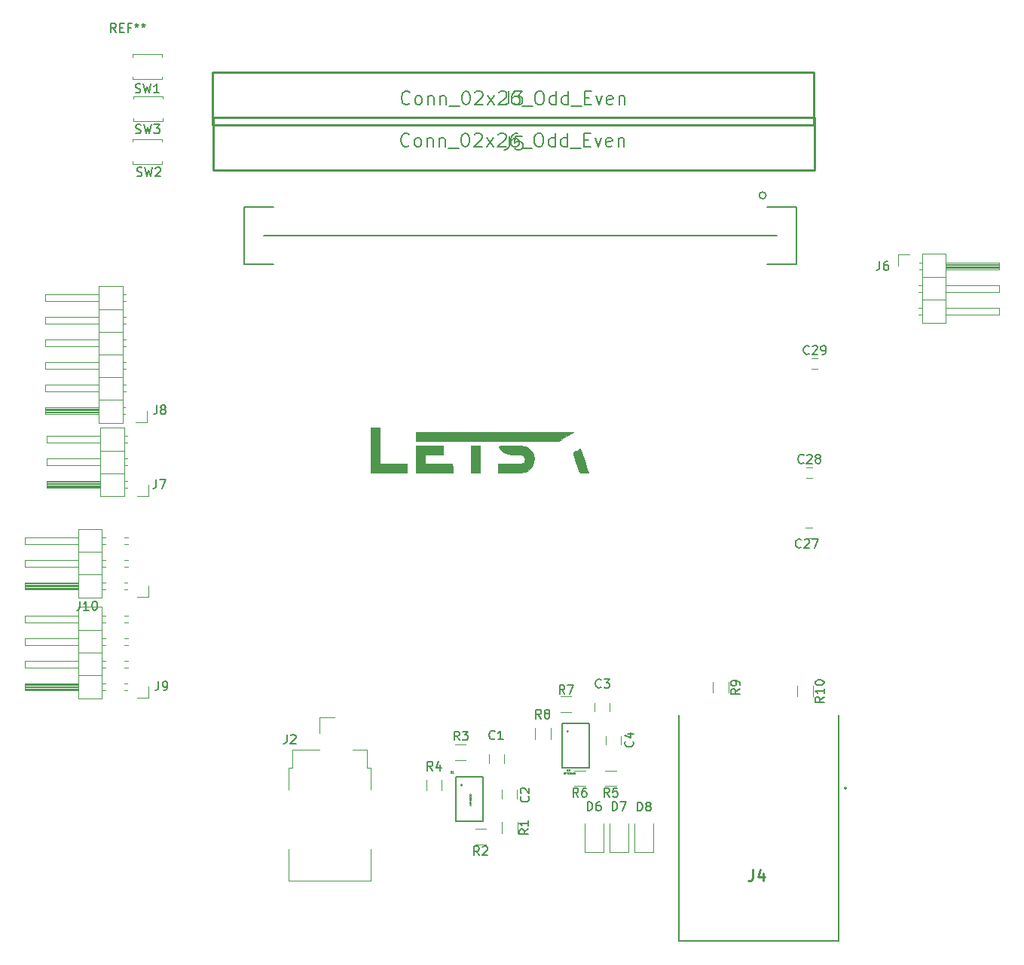
<source format=gbr>
G04 #@! TF.FileFunction,Legend,Top*
%FSLAX46Y46*%
G04 Gerber Fmt 4.6, Leading zero omitted, Abs format (unit mm)*
G04 Created by KiCad (PCBNEW 4.0.7) date 02/05/18 12:52:08*
%MOMM*%
%LPD*%
G01*
G04 APERTURE LIST*
%ADD10C,0.100000*%
%ADD11C,0.200000*%
%ADD12C,0.120000*%
%ADD13C,0.152400*%
%ADD14C,0.254000*%
%ADD15C,0.010000*%
%ADD16C,0.127000*%
%ADD17C,0.150000*%
%ADD18C,0.049267*%
%ADD19C,0.050000*%
%ADD20C,0.049235*%
G04 APERTURE END LIST*
D10*
D11*
X99925000Y-45850000D02*
X157625000Y-45850000D01*
D12*
X81770000Y-97885000D02*
X81770000Y-87605000D01*
X81770000Y-87605000D02*
X79110000Y-87605000D01*
X79110000Y-87605000D02*
X79110000Y-97885000D01*
X79110000Y-97885000D02*
X81770000Y-97885000D01*
X79110000Y-96935000D02*
X73110000Y-96935000D01*
X73110000Y-96935000D02*
X73110000Y-96175000D01*
X73110000Y-96175000D02*
X79110000Y-96175000D01*
X79110000Y-96875000D02*
X73110000Y-96875000D01*
X79110000Y-96755000D02*
X73110000Y-96755000D01*
X79110000Y-96635000D02*
X73110000Y-96635000D01*
X79110000Y-96515000D02*
X73110000Y-96515000D01*
X79110000Y-96395000D02*
X73110000Y-96395000D01*
X79110000Y-96275000D02*
X73110000Y-96275000D01*
X82167071Y-96935000D02*
X81770000Y-96935000D01*
X82167071Y-96175000D02*
X81770000Y-96175000D01*
X84640000Y-96935000D02*
X84252929Y-96935000D01*
X84640000Y-96175000D02*
X84252929Y-96175000D01*
X81770000Y-95285000D02*
X79110000Y-95285000D01*
X79110000Y-94395000D02*
X73110000Y-94395000D01*
X73110000Y-94395000D02*
X73110000Y-93635000D01*
X73110000Y-93635000D02*
X79110000Y-93635000D01*
X82167071Y-94395000D02*
X81770000Y-94395000D01*
X82167071Y-93635000D02*
X81770000Y-93635000D01*
X84707071Y-94395000D02*
X84252929Y-94395000D01*
X84707071Y-93635000D02*
X84252929Y-93635000D01*
X81770000Y-92745000D02*
X79110000Y-92745000D01*
X79110000Y-91855000D02*
X73110000Y-91855000D01*
X73110000Y-91855000D02*
X73110000Y-91095000D01*
X73110000Y-91095000D02*
X79110000Y-91095000D01*
X82167071Y-91855000D02*
X81770000Y-91855000D01*
X82167071Y-91095000D02*
X81770000Y-91095000D01*
X84707071Y-91855000D02*
X84252929Y-91855000D01*
X84707071Y-91095000D02*
X84252929Y-91095000D01*
X81770000Y-90205000D02*
X79110000Y-90205000D01*
X79110000Y-89315000D02*
X73110000Y-89315000D01*
X73110000Y-89315000D02*
X73110000Y-88555000D01*
X73110000Y-88555000D02*
X79110000Y-88555000D01*
X82167071Y-89315000D02*
X81770000Y-89315000D01*
X82167071Y-88555000D02*
X81770000Y-88555000D01*
X84707071Y-89315000D02*
X84252929Y-89315000D01*
X84707071Y-88555000D02*
X84252929Y-88555000D01*
X87020000Y-96555000D02*
X87020000Y-97825000D01*
X87020000Y-97825000D02*
X85750000Y-97825000D01*
X159920000Y-97675000D02*
X159920000Y-96475000D01*
X161680000Y-96475000D02*
X161680000Y-97675000D01*
D13*
X97723898Y-42624200D02*
X101002159Y-42624200D01*
X159776098Y-42624200D02*
X159776098Y-49075800D01*
X159776098Y-49075800D02*
X156497170Y-49075800D01*
X97723898Y-49075800D02*
X97723898Y-42624200D01*
X156497839Y-42624200D02*
X159776098Y-42624200D01*
X101002159Y-49075800D02*
X97723898Y-49075800D01*
X156381006Y-41295000D02*
G75*
G03X156381006Y-41295000I-381000J0D01*
G01*
D11*
X146560000Y-99780000D02*
X146560000Y-125180000D01*
X146560000Y-125180000D02*
X164540000Y-125180000D01*
X164540000Y-125180000D02*
X164540000Y-99780000D01*
D14*
X165382000Y-107972000D02*
G75*
G03X165382000Y-107972000I-70000J0D01*
G01*
D12*
X160860000Y-78640000D02*
X161560000Y-78640000D01*
X161560000Y-79840000D02*
X160860000Y-79840000D01*
X161600000Y-73100000D02*
X160900000Y-73100000D01*
X160900000Y-71900000D02*
X161600000Y-71900000D01*
X162210000Y-60830000D02*
X161510000Y-60830000D01*
X161510000Y-59630000D02*
X162210000Y-59630000D01*
X138820000Y-115185000D02*
X140940000Y-115185000D01*
X138820000Y-111985000D02*
X138820000Y-115185000D01*
X140940000Y-115185000D02*
X140940000Y-111985000D01*
X136020000Y-115135000D02*
X138140000Y-115135000D01*
X136020000Y-111935000D02*
X136020000Y-115135000D01*
X138140000Y-115135000D02*
X138140000Y-111935000D01*
X141620000Y-115185000D02*
X143740000Y-115185000D01*
X141620000Y-111985000D02*
X141620000Y-115185000D01*
X143740000Y-115185000D02*
X143740000Y-111985000D01*
D15*
G36*
X112987329Y-69453977D02*
X113002500Y-71488863D01*
X116033223Y-71488863D01*
X116033181Y-72499091D01*
X111992272Y-72499091D01*
X111992272Y-67419091D01*
X112972159Y-67419091D01*
X112987329Y-69453977D01*
X112987329Y-69453977D01*
G37*
X112987329Y-69453977D02*
X113002500Y-71488863D01*
X116033223Y-71488863D01*
X116033181Y-72499091D01*
X111992272Y-72499091D01*
X111992272Y-67419091D01*
X112972159Y-67419091D01*
X112987329Y-69453977D01*
G36*
X120131818Y-70478636D02*
X118049141Y-70478636D01*
X118065820Y-70983750D01*
X118082500Y-71488863D01*
X119612272Y-71500372D01*
X121142045Y-71511881D01*
X121158724Y-72005486D01*
X121175404Y-72499091D01*
X117072272Y-72499091D01*
X117072272Y-69439545D01*
X120131818Y-69439545D01*
X120131818Y-70478636D01*
X120131818Y-70478636D01*
G37*
X120131818Y-70478636D02*
X118049141Y-70478636D01*
X118065820Y-70983750D01*
X118082500Y-71488863D01*
X119612272Y-71500372D01*
X121142045Y-71511881D01*
X121158724Y-72005486D01*
X121175404Y-72499091D01*
X117072272Y-72499091D01*
X117072272Y-69439545D01*
X120131818Y-69439545D01*
X120131818Y-70478636D01*
G36*
X123696477Y-69451729D02*
X124201591Y-69468409D01*
X124232371Y-72499091D01*
X123191363Y-72499091D01*
X123191363Y-69435050D01*
X123696477Y-69451729D01*
X123696477Y-69451729D01*
G37*
X123696477Y-69451729D02*
X124201591Y-69468409D01*
X124232371Y-72499091D01*
X123191363Y-72499091D01*
X123191363Y-69435050D01*
X123696477Y-69451729D01*
G36*
X128152471Y-69442050D02*
X128551073Y-69451621D01*
X128866820Y-69471343D01*
X129115978Y-69504299D01*
X129314811Y-69553574D01*
X129479587Y-69622251D01*
X129626569Y-69713416D01*
X129772024Y-69830153D01*
X129787870Y-69844019D01*
X130059018Y-70151390D01*
X130231690Y-70496077D01*
X130309188Y-70860892D01*
X130294817Y-71228648D01*
X130191881Y-71582158D01*
X130003682Y-71904235D01*
X129733525Y-72177693D01*
X129384714Y-72385344D01*
X129292216Y-72422540D01*
X129158260Y-72448125D01*
X128911329Y-72468267D01*
X128553779Y-72482861D01*
X128087966Y-72491800D01*
X127679659Y-72494699D01*
X126250909Y-72499091D01*
X126250909Y-71517727D01*
X127522763Y-71517727D01*
X128004503Y-71515300D01*
X128384122Y-71506392D01*
X128674884Y-71488563D01*
X128890053Y-71459370D01*
X129042891Y-71416373D01*
X129146662Y-71357130D01*
X129214629Y-71279201D01*
X129253094Y-71199261D01*
X129305531Y-70983553D01*
X129267723Y-70809426D01*
X129141713Y-70647377D01*
X129066758Y-70576036D01*
X128995291Y-70528311D01*
X128903207Y-70499456D01*
X128766407Y-70484723D01*
X128560788Y-70479366D01*
X128284978Y-70478636D01*
X127813536Y-70464068D01*
X127435369Y-70415645D01*
X127131448Y-70326287D01*
X126882740Y-70188914D01*
X126670217Y-69996445D01*
X126534412Y-69827389D01*
X126447352Y-69706084D01*
X126391530Y-69613125D01*
X126377835Y-69544745D01*
X126417154Y-69497172D01*
X126520377Y-69466638D01*
X126698390Y-69449374D01*
X126962082Y-69441610D01*
X127322341Y-69439576D01*
X127654749Y-69439545D01*
X128152471Y-69442050D01*
X128152471Y-69442050D01*
G37*
X128152471Y-69442050D02*
X128551073Y-69451621D01*
X128866820Y-69471343D01*
X129115978Y-69504299D01*
X129314811Y-69553574D01*
X129479587Y-69622251D01*
X129626569Y-69713416D01*
X129772024Y-69830153D01*
X129787870Y-69844019D01*
X130059018Y-70151390D01*
X130231690Y-70496077D01*
X130309188Y-70860892D01*
X130294817Y-71228648D01*
X130191881Y-71582158D01*
X130003682Y-71904235D01*
X129733525Y-72177693D01*
X129384714Y-72385344D01*
X129292216Y-72422540D01*
X129158260Y-72448125D01*
X128911329Y-72468267D01*
X128553779Y-72482861D01*
X128087966Y-72491800D01*
X127679659Y-72494699D01*
X126250909Y-72499091D01*
X126250909Y-71517727D01*
X127522763Y-71517727D01*
X128004503Y-71515300D01*
X128384122Y-71506392D01*
X128674884Y-71488563D01*
X128890053Y-71459370D01*
X129042891Y-71416373D01*
X129146662Y-71357130D01*
X129214629Y-71279201D01*
X129253094Y-71199261D01*
X129305531Y-70983553D01*
X129267723Y-70809426D01*
X129141713Y-70647377D01*
X129066758Y-70576036D01*
X128995291Y-70528311D01*
X128903207Y-70499456D01*
X128766407Y-70484723D01*
X128560788Y-70479366D01*
X128284978Y-70478636D01*
X127813536Y-70464068D01*
X127435369Y-70415645D01*
X127131448Y-70326287D01*
X126882740Y-70188914D01*
X126670217Y-69996445D01*
X126534412Y-69827389D01*
X126447352Y-69706084D01*
X126391530Y-69613125D01*
X126377835Y-69544745D01*
X126417154Y-69497172D01*
X126520377Y-69466638D01*
X126698390Y-69449374D01*
X126962082Y-69441610D01*
X127322341Y-69439576D01*
X127654749Y-69439545D01*
X128152471Y-69442050D01*
G36*
X135973607Y-71100594D02*
X136095983Y-71469470D01*
X136205148Y-71801853D01*
X136296061Y-72082114D01*
X136363679Y-72294624D01*
X136402957Y-72423755D01*
X136410909Y-72455821D01*
X136358776Y-72482592D01*
X136223413Y-72497820D01*
X136036370Y-72502407D01*
X135829199Y-72497253D01*
X135633452Y-72483259D01*
X135480679Y-72461325D01*
X135402431Y-72432352D01*
X135398862Y-72426931D01*
X135372748Y-72351530D01*
X135316322Y-72185026D01*
X135235788Y-71945845D01*
X135137351Y-71652414D01*
X135027213Y-71323157D01*
X135024716Y-71315681D01*
X134900340Y-70946685D01*
X134810402Y-70671075D01*
X134757272Y-70471322D01*
X134743322Y-70329900D01*
X134770925Y-70229281D01*
X134842450Y-70151939D01*
X134960270Y-70080346D01*
X135126757Y-69996975D01*
X135208721Y-69955785D01*
X135536305Y-69788636D01*
X135973607Y-71100594D01*
X135973607Y-71100594D01*
G37*
X135973607Y-71100594D02*
X136095983Y-71469470D01*
X136205148Y-71801853D01*
X136296061Y-72082114D01*
X136363679Y-72294624D01*
X136402957Y-72423755D01*
X136410909Y-72455821D01*
X136358776Y-72482592D01*
X136223413Y-72497820D01*
X136036370Y-72502407D01*
X135829199Y-72497253D01*
X135633452Y-72483259D01*
X135480679Y-72461325D01*
X135402431Y-72432352D01*
X135398862Y-72426931D01*
X135372748Y-72351530D01*
X135316322Y-72185026D01*
X135235788Y-71945845D01*
X135137351Y-71652414D01*
X135027213Y-71323157D01*
X135024716Y-71315681D01*
X134900340Y-70946685D01*
X134810402Y-70671075D01*
X134757272Y-70471322D01*
X134743322Y-70329900D01*
X134770925Y-70229281D01*
X134842450Y-70151939D01*
X134960270Y-70080346D01*
X135126757Y-69996975D01*
X135208721Y-69955785D01*
X135536305Y-69788636D01*
X135973607Y-71100594D01*
G36*
X134286314Y-68170812D02*
X134018462Y-68315224D01*
X133737892Y-68482984D01*
X133499508Y-68641037D01*
X133471286Y-68661493D01*
X133120130Y-68920000D01*
X117072272Y-68920000D01*
X117072272Y-67938636D01*
X134750187Y-67938636D01*
X134286314Y-68170812D01*
X134286314Y-68170812D01*
G37*
X134286314Y-68170812D02*
X134018462Y-68315224D01*
X133737892Y-68482984D01*
X133499508Y-68641037D01*
X133471286Y-68661493D01*
X133120130Y-68920000D01*
X117072272Y-68920000D01*
X117072272Y-67938636D01*
X134750187Y-67938636D01*
X134286314Y-68170812D01*
D14*
X94228000Y-38466960D02*
X94228000Y-32503040D01*
X94228000Y-32503040D02*
X161792000Y-32503040D01*
X161792000Y-32503040D02*
X161792000Y-38466960D01*
X161792000Y-38466960D02*
X94228000Y-38466960D01*
D12*
X126690000Y-113015000D02*
X126690000Y-111815000D01*
X128450000Y-111815000D02*
X128450000Y-113015000D01*
X123720000Y-112535000D02*
X124920000Y-112535000D01*
X124920000Y-114295000D02*
X123720000Y-114295000D01*
X121470000Y-103035000D02*
X122670000Y-103035000D01*
X122670000Y-104795000D02*
X121470000Y-104795000D01*
X118190000Y-108265000D02*
X118190000Y-107065000D01*
X119950000Y-107065000D02*
X119950000Y-108265000D01*
X138330000Y-105980000D02*
X139530000Y-105980000D01*
X139530000Y-107740000D02*
X138330000Y-107740000D01*
X134855000Y-105980000D02*
X136055000Y-105980000D01*
X136055000Y-107740000D02*
X134855000Y-107740000D01*
X133305000Y-97680000D02*
X134505000Y-97680000D01*
X134505000Y-99440000D02*
X133305000Y-99440000D01*
X130400000Y-102435000D02*
X130400000Y-101235000D01*
X132160000Y-101235000D02*
X132160000Y-102435000D01*
D16*
X134145000Y-101596392D02*
G75*
G03X134145000Y-101596392I-65000J0D01*
G01*
X133480000Y-100646392D02*
X133480000Y-105646392D01*
X133480000Y-105646392D02*
X136480000Y-105646392D01*
X136480000Y-105646392D02*
X136480000Y-100646392D01*
X136480000Y-100646392D02*
X133480000Y-100646392D01*
D14*
X94227001Y-33390921D02*
X94227001Y-27427001D01*
X94227001Y-27427001D02*
X161791001Y-27427001D01*
X161791001Y-27427001D02*
X161791001Y-33390921D01*
X161791001Y-33390921D02*
X94227001Y-33390921D01*
D16*
X122235000Y-107615000D02*
G75*
G03X122235000Y-107615000I-65000J0D01*
G01*
X121570000Y-106665000D02*
X121570000Y-111665000D01*
X121570000Y-111665000D02*
X124570000Y-111665000D01*
X124570000Y-111665000D02*
X124570000Y-106665000D01*
X124570000Y-106665000D02*
X121570000Y-106665000D01*
D12*
X84260000Y-75150000D02*
X84260000Y-67410000D01*
X84260000Y-67410000D02*
X81600000Y-67410000D01*
X81600000Y-67410000D02*
X81600000Y-75150000D01*
X81600000Y-75150000D02*
X84260000Y-75150000D01*
X81600000Y-74200000D02*
X75600000Y-74200000D01*
X75600000Y-74200000D02*
X75600000Y-73440000D01*
X75600000Y-73440000D02*
X81600000Y-73440000D01*
X81600000Y-74140000D02*
X75600000Y-74140000D01*
X81600000Y-74020000D02*
X75600000Y-74020000D01*
X81600000Y-73900000D02*
X75600000Y-73900000D01*
X81600000Y-73780000D02*
X75600000Y-73780000D01*
X81600000Y-73660000D02*
X75600000Y-73660000D01*
X81600000Y-73540000D02*
X75600000Y-73540000D01*
X84590000Y-74200000D02*
X84260000Y-74200000D01*
X84590000Y-73440000D02*
X84260000Y-73440000D01*
X84260000Y-72550000D02*
X81600000Y-72550000D01*
X81600000Y-71660000D02*
X75600000Y-71660000D01*
X75600000Y-71660000D02*
X75600000Y-70900000D01*
X75600000Y-70900000D02*
X81600000Y-70900000D01*
X84657071Y-71660000D02*
X84260000Y-71660000D01*
X84657071Y-70900000D02*
X84260000Y-70900000D01*
X84260000Y-70010000D02*
X81600000Y-70010000D01*
X81600000Y-69120000D02*
X75600000Y-69120000D01*
X75600000Y-69120000D02*
X75600000Y-68360000D01*
X75600000Y-68360000D02*
X81600000Y-68360000D01*
X84657071Y-69120000D02*
X84260000Y-69120000D01*
X84657071Y-68360000D02*
X84260000Y-68360000D01*
X86970000Y-73820000D02*
X86970000Y-75090000D01*
X86970000Y-75090000D02*
X85700000Y-75090000D01*
X84070000Y-66870000D02*
X84070000Y-51510000D01*
X84070000Y-51510000D02*
X81410000Y-51510000D01*
X81410000Y-51510000D02*
X81410000Y-66870000D01*
X81410000Y-66870000D02*
X84070000Y-66870000D01*
X81410000Y-65920000D02*
X75410000Y-65920000D01*
X75410000Y-65920000D02*
X75410000Y-65160000D01*
X75410000Y-65160000D02*
X81410000Y-65160000D01*
X81410000Y-65860000D02*
X75410000Y-65860000D01*
X81410000Y-65740000D02*
X75410000Y-65740000D01*
X81410000Y-65620000D02*
X75410000Y-65620000D01*
X81410000Y-65500000D02*
X75410000Y-65500000D01*
X81410000Y-65380000D02*
X75410000Y-65380000D01*
X81410000Y-65260000D02*
X75410000Y-65260000D01*
X84400000Y-65920000D02*
X84070000Y-65920000D01*
X84400000Y-65160000D02*
X84070000Y-65160000D01*
X84070000Y-64270000D02*
X81410000Y-64270000D01*
X81410000Y-63380000D02*
X75410000Y-63380000D01*
X75410000Y-63380000D02*
X75410000Y-62620000D01*
X75410000Y-62620000D02*
X81410000Y-62620000D01*
X84467071Y-63380000D02*
X84070000Y-63380000D01*
X84467071Y-62620000D02*
X84070000Y-62620000D01*
X84070000Y-61730000D02*
X81410000Y-61730000D01*
X81410000Y-60840000D02*
X75410000Y-60840000D01*
X75410000Y-60840000D02*
X75410000Y-60080000D01*
X75410000Y-60080000D02*
X81410000Y-60080000D01*
X84467071Y-60840000D02*
X84070000Y-60840000D01*
X84467071Y-60080000D02*
X84070000Y-60080000D01*
X84070000Y-59190000D02*
X81410000Y-59190000D01*
X81410000Y-58300000D02*
X75410000Y-58300000D01*
X75410000Y-58300000D02*
X75410000Y-57540000D01*
X75410000Y-57540000D02*
X81410000Y-57540000D01*
X84467071Y-58300000D02*
X84070000Y-58300000D01*
X84467071Y-57540000D02*
X84070000Y-57540000D01*
X84070000Y-56650000D02*
X81410000Y-56650000D01*
X81410000Y-55760000D02*
X75410000Y-55760000D01*
X75410000Y-55760000D02*
X75410000Y-55000000D01*
X75410000Y-55000000D02*
X81410000Y-55000000D01*
X84467071Y-55760000D02*
X84070000Y-55760000D01*
X84467071Y-55000000D02*
X84070000Y-55000000D01*
X84070000Y-54110000D02*
X81410000Y-54110000D01*
X81410000Y-53220000D02*
X75410000Y-53220000D01*
X75410000Y-53220000D02*
X75410000Y-52460000D01*
X75410000Y-52460000D02*
X81410000Y-52460000D01*
X84467071Y-53220000D02*
X84070000Y-53220000D01*
X84467071Y-52460000D02*
X84070000Y-52460000D01*
X86780000Y-65540000D02*
X86780000Y-66810000D01*
X86780000Y-66810000D02*
X85510000Y-66810000D01*
X173930000Y-47890000D02*
X173930000Y-55630000D01*
X173930000Y-55630000D02*
X176590000Y-55630000D01*
X176590000Y-55630000D02*
X176590000Y-47890000D01*
X176590000Y-47890000D02*
X173930000Y-47890000D01*
X176590000Y-48840000D02*
X182590000Y-48840000D01*
X182590000Y-48840000D02*
X182590000Y-49600000D01*
X182590000Y-49600000D02*
X176590000Y-49600000D01*
X176590000Y-48900000D02*
X182590000Y-48900000D01*
X176590000Y-49020000D02*
X182590000Y-49020000D01*
X176590000Y-49140000D02*
X182590000Y-49140000D01*
X176590000Y-49260000D02*
X182590000Y-49260000D01*
X176590000Y-49380000D02*
X182590000Y-49380000D01*
X176590000Y-49500000D02*
X182590000Y-49500000D01*
X173600000Y-48840000D02*
X173930000Y-48840000D01*
X173600000Y-49600000D02*
X173930000Y-49600000D01*
X173930000Y-50490000D02*
X176590000Y-50490000D01*
X176590000Y-51380000D02*
X182590000Y-51380000D01*
X182590000Y-51380000D02*
X182590000Y-52140000D01*
X182590000Y-52140000D02*
X176590000Y-52140000D01*
X173532929Y-51380000D02*
X173930000Y-51380000D01*
X173532929Y-52140000D02*
X173930000Y-52140000D01*
X173930000Y-53030000D02*
X176590000Y-53030000D01*
X176590000Y-53920000D02*
X182590000Y-53920000D01*
X182590000Y-53920000D02*
X182590000Y-54680000D01*
X182590000Y-54680000D02*
X176590000Y-54680000D01*
X173532929Y-53920000D02*
X173930000Y-53920000D01*
X173532929Y-54680000D02*
X173930000Y-54680000D01*
X171220000Y-49220000D02*
X171220000Y-47950000D01*
X171220000Y-47950000D02*
X172490000Y-47950000D01*
X111975000Y-114825000D02*
X111975000Y-118375000D01*
X111975000Y-118375000D02*
X102775000Y-118375000D01*
X102775000Y-118375000D02*
X102775000Y-114825000D01*
X102775000Y-108125000D02*
X102775000Y-105675000D01*
X102775000Y-105675000D02*
X103175000Y-105675000D01*
X103175000Y-105675000D02*
X103175000Y-103675000D01*
X103175000Y-103675000D02*
X106175000Y-103675000D01*
X109975000Y-103675000D02*
X111575000Y-103675000D01*
X111575000Y-103675000D02*
X111575000Y-105675000D01*
X111575000Y-105675000D02*
X111975000Y-105675000D01*
X111975000Y-105675000D02*
X111975000Y-108125000D01*
X106185000Y-101775000D02*
X106185000Y-100035000D01*
X106185000Y-100035000D02*
X107925000Y-100035000D01*
X150445000Y-97250000D02*
X150445000Y-96050000D01*
X152205000Y-96050000D02*
X152205000Y-97250000D01*
X81770000Y-86560000D02*
X81770000Y-78820000D01*
X81770000Y-78820000D02*
X79110000Y-78820000D01*
X79110000Y-78820000D02*
X79110000Y-86560000D01*
X79110000Y-86560000D02*
X81770000Y-86560000D01*
X79110000Y-85610000D02*
X73110000Y-85610000D01*
X73110000Y-85610000D02*
X73110000Y-84850000D01*
X73110000Y-84850000D02*
X79110000Y-84850000D01*
X79110000Y-85550000D02*
X73110000Y-85550000D01*
X79110000Y-85430000D02*
X73110000Y-85430000D01*
X79110000Y-85310000D02*
X73110000Y-85310000D01*
X79110000Y-85190000D02*
X73110000Y-85190000D01*
X79110000Y-85070000D02*
X73110000Y-85070000D01*
X79110000Y-84950000D02*
X73110000Y-84950000D01*
X82167071Y-85610000D02*
X81770000Y-85610000D01*
X82167071Y-84850000D02*
X81770000Y-84850000D01*
X84640000Y-85610000D02*
X84252929Y-85610000D01*
X84640000Y-84850000D02*
X84252929Y-84850000D01*
X81770000Y-83960000D02*
X79110000Y-83960000D01*
X79110000Y-83070000D02*
X73110000Y-83070000D01*
X73110000Y-83070000D02*
X73110000Y-82310000D01*
X73110000Y-82310000D02*
X79110000Y-82310000D01*
X82167071Y-83070000D02*
X81770000Y-83070000D01*
X82167071Y-82310000D02*
X81770000Y-82310000D01*
X84707071Y-83070000D02*
X84252929Y-83070000D01*
X84707071Y-82310000D02*
X84252929Y-82310000D01*
X81770000Y-81420000D02*
X79110000Y-81420000D01*
X79110000Y-80530000D02*
X73110000Y-80530000D01*
X73110000Y-80530000D02*
X73110000Y-79770000D01*
X73110000Y-79770000D02*
X79110000Y-79770000D01*
X82167071Y-80530000D02*
X81770000Y-80530000D01*
X82167071Y-79770000D02*
X81770000Y-79770000D01*
X84707071Y-80530000D02*
X84252929Y-80530000D01*
X84707071Y-79770000D02*
X84252929Y-79770000D01*
X87020000Y-85230000D02*
X87020000Y-86500000D01*
X87020000Y-86500000D02*
X85750000Y-86500000D01*
X85175000Y-27950000D02*
X85175000Y-28250000D01*
X85175000Y-28250000D02*
X88475000Y-28250000D01*
X88475000Y-28250000D02*
X88475000Y-27950000D01*
X85175000Y-25750000D02*
X85175000Y-25450000D01*
X85175000Y-25450000D02*
X88475000Y-25450000D01*
X88475000Y-25450000D02*
X88475000Y-25750000D01*
X85275000Y-32650000D02*
X85275000Y-32950000D01*
X85275000Y-32950000D02*
X88575000Y-32950000D01*
X88575000Y-32950000D02*
X88575000Y-32650000D01*
X85275000Y-30450000D02*
X85275000Y-30150000D01*
X85275000Y-30150000D02*
X88575000Y-30150000D01*
X88575000Y-30150000D02*
X88575000Y-30450000D01*
X85250000Y-37475000D02*
X85250000Y-37775000D01*
X85250000Y-37775000D02*
X88550000Y-37775000D01*
X88550000Y-37775000D02*
X88550000Y-37475000D01*
X85250000Y-35275000D02*
X85250000Y-34975000D01*
X85250000Y-34975000D02*
X88550000Y-34975000D01*
X88550000Y-34975000D02*
X88550000Y-35275000D01*
X126920000Y-105165000D02*
X126920000Y-104165000D01*
X125220000Y-104165000D02*
X125220000Y-105165000D01*
X126720000Y-108165000D02*
X126720000Y-109165000D01*
X128420000Y-109165000D02*
X128420000Y-108165000D01*
X138830000Y-99360000D02*
X138830000Y-98360000D01*
X137130000Y-98360000D02*
X137130000Y-99360000D01*
X138380000Y-102085000D02*
X138380000Y-103085000D01*
X140080000Y-103085000D02*
X140080000Y-102085000D01*
D17*
X88126667Y-95967381D02*
X88126667Y-96681667D01*
X88079047Y-96824524D01*
X87983809Y-96919762D01*
X87840952Y-96967381D01*
X87745714Y-96967381D01*
X88650476Y-96967381D02*
X88840952Y-96967381D01*
X88936191Y-96919762D01*
X88983810Y-96872143D01*
X89079048Y-96729286D01*
X89126667Y-96538810D01*
X89126667Y-96157857D01*
X89079048Y-96062619D01*
X89031429Y-96015000D01*
X88936191Y-95967381D01*
X88745714Y-95967381D01*
X88650476Y-96015000D01*
X88602857Y-96062619D01*
X88555238Y-96157857D01*
X88555238Y-96395952D01*
X88602857Y-96491190D01*
X88650476Y-96538810D01*
X88745714Y-96586429D01*
X88936191Y-96586429D01*
X89031429Y-96538810D01*
X89079048Y-96491190D01*
X89126667Y-96395952D01*
X162902381Y-97717857D02*
X162426190Y-98051191D01*
X162902381Y-98289286D02*
X161902381Y-98289286D01*
X161902381Y-97908333D01*
X161950000Y-97813095D01*
X161997619Y-97765476D01*
X162092857Y-97717857D01*
X162235714Y-97717857D01*
X162330952Y-97765476D01*
X162378571Y-97813095D01*
X162426190Y-97908333D01*
X162426190Y-98289286D01*
X162902381Y-96765476D02*
X162902381Y-97336905D01*
X162902381Y-97051191D02*
X161902381Y-97051191D01*
X162045238Y-97146429D01*
X162140476Y-97241667D01*
X162188095Y-97336905D01*
X161902381Y-96146429D02*
X161902381Y-96051190D01*
X161950000Y-95955952D01*
X161997619Y-95908333D01*
X162092857Y-95860714D01*
X162283333Y-95813095D01*
X162521429Y-95813095D01*
X162711905Y-95860714D01*
X162807143Y-95908333D01*
X162854762Y-95955952D01*
X162902381Y-96051190D01*
X162902381Y-96146429D01*
X162854762Y-96241667D01*
X162807143Y-96289286D01*
X162711905Y-96336905D01*
X162521429Y-96384524D01*
X162283333Y-96384524D01*
X162092857Y-96336905D01*
X161997619Y-96289286D01*
X161950000Y-96241667D01*
X161902381Y-96146429D01*
D14*
X154900407Y-117140884D02*
X154900407Y-118048027D01*
X154839931Y-118229455D01*
X154718979Y-118350408D01*
X154537550Y-118410884D01*
X154416598Y-118410884D01*
X156049455Y-117564217D02*
X156049455Y-118410884D01*
X155747074Y-117080408D02*
X155444693Y-117987550D01*
X156230883Y-117987550D01*
D17*
X83336667Y-22952381D02*
X83003333Y-22476190D01*
X82765238Y-22952381D02*
X82765238Y-21952381D01*
X83146191Y-21952381D01*
X83241429Y-22000000D01*
X83289048Y-22047619D01*
X83336667Y-22142857D01*
X83336667Y-22285714D01*
X83289048Y-22380952D01*
X83241429Y-22428571D01*
X83146191Y-22476190D01*
X82765238Y-22476190D01*
X83765238Y-22428571D02*
X84098572Y-22428571D01*
X84241429Y-22952381D02*
X83765238Y-22952381D01*
X83765238Y-21952381D01*
X84241429Y-21952381D01*
X85003334Y-22428571D02*
X84670000Y-22428571D01*
X84670000Y-22952381D02*
X84670000Y-21952381D01*
X85146191Y-21952381D01*
X85670000Y-21952381D02*
X85670000Y-22190476D01*
X85431905Y-22095238D02*
X85670000Y-22190476D01*
X85908096Y-22095238D01*
X85527143Y-22380952D02*
X85670000Y-22190476D01*
X85812858Y-22380952D01*
X86431905Y-21952381D02*
X86431905Y-22190476D01*
X86193810Y-22095238D02*
X86431905Y-22190476D01*
X86670001Y-22095238D01*
X86289048Y-22380952D02*
X86431905Y-22190476D01*
X86574763Y-22380952D01*
X160317143Y-80847143D02*
X160269524Y-80894762D01*
X160126667Y-80942381D01*
X160031429Y-80942381D01*
X159888571Y-80894762D01*
X159793333Y-80799524D01*
X159745714Y-80704286D01*
X159698095Y-80513810D01*
X159698095Y-80370952D01*
X159745714Y-80180476D01*
X159793333Y-80085238D01*
X159888571Y-79990000D01*
X160031429Y-79942381D01*
X160126667Y-79942381D01*
X160269524Y-79990000D01*
X160317143Y-80037619D01*
X160698095Y-80037619D02*
X160745714Y-79990000D01*
X160840952Y-79942381D01*
X161079048Y-79942381D01*
X161174286Y-79990000D01*
X161221905Y-80037619D01*
X161269524Y-80132857D01*
X161269524Y-80228095D01*
X161221905Y-80370952D01*
X160650476Y-80942381D01*
X161269524Y-80942381D01*
X161602857Y-79942381D02*
X162269524Y-79942381D01*
X161840952Y-80942381D01*
X160607143Y-71357143D02*
X160559524Y-71404762D01*
X160416667Y-71452381D01*
X160321429Y-71452381D01*
X160178571Y-71404762D01*
X160083333Y-71309524D01*
X160035714Y-71214286D01*
X159988095Y-71023810D01*
X159988095Y-70880952D01*
X160035714Y-70690476D01*
X160083333Y-70595238D01*
X160178571Y-70500000D01*
X160321429Y-70452381D01*
X160416667Y-70452381D01*
X160559524Y-70500000D01*
X160607143Y-70547619D01*
X160988095Y-70547619D02*
X161035714Y-70500000D01*
X161130952Y-70452381D01*
X161369048Y-70452381D01*
X161464286Y-70500000D01*
X161511905Y-70547619D01*
X161559524Y-70642857D01*
X161559524Y-70738095D01*
X161511905Y-70880952D01*
X160940476Y-71452381D01*
X161559524Y-71452381D01*
X162130952Y-70880952D02*
X162035714Y-70833333D01*
X161988095Y-70785714D01*
X161940476Y-70690476D01*
X161940476Y-70642857D01*
X161988095Y-70547619D01*
X162035714Y-70500000D01*
X162130952Y-70452381D01*
X162321429Y-70452381D01*
X162416667Y-70500000D01*
X162464286Y-70547619D01*
X162511905Y-70642857D01*
X162511905Y-70690476D01*
X162464286Y-70785714D01*
X162416667Y-70833333D01*
X162321429Y-70880952D01*
X162130952Y-70880952D01*
X162035714Y-70928571D01*
X161988095Y-70976190D01*
X161940476Y-71071429D01*
X161940476Y-71261905D01*
X161988095Y-71357143D01*
X162035714Y-71404762D01*
X162130952Y-71452381D01*
X162321429Y-71452381D01*
X162416667Y-71404762D01*
X162464286Y-71357143D01*
X162511905Y-71261905D01*
X162511905Y-71071429D01*
X162464286Y-70976190D01*
X162416667Y-70928571D01*
X162321429Y-70880952D01*
X161217143Y-59087143D02*
X161169524Y-59134762D01*
X161026667Y-59182381D01*
X160931429Y-59182381D01*
X160788571Y-59134762D01*
X160693333Y-59039524D01*
X160645714Y-58944286D01*
X160598095Y-58753810D01*
X160598095Y-58610952D01*
X160645714Y-58420476D01*
X160693333Y-58325238D01*
X160788571Y-58230000D01*
X160931429Y-58182381D01*
X161026667Y-58182381D01*
X161169524Y-58230000D01*
X161217143Y-58277619D01*
X161598095Y-58277619D02*
X161645714Y-58230000D01*
X161740952Y-58182381D01*
X161979048Y-58182381D01*
X162074286Y-58230000D01*
X162121905Y-58277619D01*
X162169524Y-58372857D01*
X162169524Y-58468095D01*
X162121905Y-58610952D01*
X161550476Y-59182381D01*
X162169524Y-59182381D01*
X162645714Y-59182381D02*
X162836190Y-59182381D01*
X162931429Y-59134762D01*
X162979048Y-59087143D01*
X163074286Y-58944286D01*
X163121905Y-58753810D01*
X163121905Y-58372857D01*
X163074286Y-58277619D01*
X163026667Y-58230000D01*
X162931429Y-58182381D01*
X162740952Y-58182381D01*
X162645714Y-58230000D01*
X162598095Y-58277619D01*
X162550476Y-58372857D01*
X162550476Y-58610952D01*
X162598095Y-58706190D01*
X162645714Y-58753810D01*
X162740952Y-58801429D01*
X162931429Y-58801429D01*
X163026667Y-58753810D01*
X163074286Y-58706190D01*
X163121905Y-58610952D01*
X139116905Y-110487381D02*
X139116905Y-109487381D01*
X139355000Y-109487381D01*
X139497858Y-109535000D01*
X139593096Y-109630238D01*
X139640715Y-109725476D01*
X139688334Y-109915952D01*
X139688334Y-110058810D01*
X139640715Y-110249286D01*
X139593096Y-110344524D01*
X139497858Y-110439762D01*
X139355000Y-110487381D01*
X139116905Y-110487381D01*
X140021667Y-109487381D02*
X140688334Y-109487381D01*
X140259762Y-110487381D01*
X136316905Y-110512381D02*
X136316905Y-109512381D01*
X136555000Y-109512381D01*
X136697858Y-109560000D01*
X136793096Y-109655238D01*
X136840715Y-109750476D01*
X136888334Y-109940952D01*
X136888334Y-110083810D01*
X136840715Y-110274286D01*
X136793096Y-110369524D01*
X136697858Y-110464762D01*
X136555000Y-110512381D01*
X136316905Y-110512381D01*
X137745477Y-109512381D02*
X137555000Y-109512381D01*
X137459762Y-109560000D01*
X137412143Y-109607619D01*
X137316905Y-109750476D01*
X137269286Y-109940952D01*
X137269286Y-110321905D01*
X137316905Y-110417143D01*
X137364524Y-110464762D01*
X137459762Y-110512381D01*
X137650239Y-110512381D01*
X137745477Y-110464762D01*
X137793096Y-110417143D01*
X137840715Y-110321905D01*
X137840715Y-110083810D01*
X137793096Y-109988571D01*
X137745477Y-109940952D01*
X137650239Y-109893333D01*
X137459762Y-109893333D01*
X137364524Y-109940952D01*
X137316905Y-109988571D01*
X137269286Y-110083810D01*
X141916905Y-110537381D02*
X141916905Y-109537381D01*
X142155000Y-109537381D01*
X142297858Y-109585000D01*
X142393096Y-109680238D01*
X142440715Y-109775476D01*
X142488334Y-109965952D01*
X142488334Y-110108810D01*
X142440715Y-110299286D01*
X142393096Y-110394524D01*
X142297858Y-110489762D01*
X142155000Y-110537381D01*
X141916905Y-110537381D01*
X143059762Y-109965952D02*
X142964524Y-109918333D01*
X142916905Y-109870714D01*
X142869286Y-109775476D01*
X142869286Y-109727857D01*
X142916905Y-109632619D01*
X142964524Y-109585000D01*
X143059762Y-109537381D01*
X143250239Y-109537381D01*
X143345477Y-109585000D01*
X143393096Y-109632619D01*
X143440715Y-109727857D01*
X143440715Y-109775476D01*
X143393096Y-109870714D01*
X143345477Y-109918333D01*
X143250239Y-109965952D01*
X143059762Y-109965952D01*
X142964524Y-110013571D01*
X142916905Y-110061190D01*
X142869286Y-110156429D01*
X142869286Y-110346905D01*
X142916905Y-110442143D01*
X142964524Y-110489762D01*
X143059762Y-110537381D01*
X143250239Y-110537381D01*
X143345477Y-110489762D01*
X143393096Y-110442143D01*
X143440715Y-110346905D01*
X143440715Y-110156429D01*
X143393096Y-110061190D01*
X143345477Y-110013571D01*
X143250239Y-109965952D01*
X127502000Y-34650429D02*
X127502000Y-35739000D01*
X127429428Y-35956714D01*
X127284285Y-36101857D01*
X127066571Y-36174429D01*
X126921428Y-36174429D01*
X128953428Y-34650429D02*
X128227714Y-34650429D01*
X128155143Y-35376143D01*
X128227714Y-35303571D01*
X128372857Y-35231000D01*
X128735714Y-35231000D01*
X128880857Y-35303571D01*
X128953428Y-35376143D01*
X129026000Y-35521286D01*
X129026000Y-35884143D01*
X128953428Y-36029286D01*
X128880857Y-36101857D01*
X128735714Y-36174429D01*
X128372857Y-36174429D01*
X128227714Y-36101857D01*
X128155143Y-36029286D01*
X116278284Y-35685325D02*
X116205713Y-35757896D01*
X115987999Y-35830468D01*
X115842856Y-35830468D01*
X115625141Y-35757896D01*
X115479999Y-35612753D01*
X115407427Y-35467610D01*
X115334856Y-35177325D01*
X115334856Y-34959610D01*
X115407427Y-34669325D01*
X115479999Y-34524182D01*
X115625141Y-34379039D01*
X115842856Y-34306468D01*
X115987999Y-34306468D01*
X116205713Y-34379039D01*
X116278284Y-34451610D01*
X117149141Y-35830468D02*
X117003999Y-35757896D01*
X116931427Y-35685325D01*
X116858856Y-35540182D01*
X116858856Y-35104753D01*
X116931427Y-34959610D01*
X117003999Y-34887039D01*
X117149141Y-34814468D01*
X117366856Y-34814468D01*
X117511999Y-34887039D01*
X117584570Y-34959610D01*
X117657141Y-35104753D01*
X117657141Y-35540182D01*
X117584570Y-35685325D01*
X117511999Y-35757896D01*
X117366856Y-35830468D01*
X117149141Y-35830468D01*
X118310284Y-34814468D02*
X118310284Y-35830468D01*
X118310284Y-34959610D02*
X118382856Y-34887039D01*
X118527998Y-34814468D01*
X118745713Y-34814468D01*
X118890856Y-34887039D01*
X118963427Y-35032182D01*
X118963427Y-35830468D01*
X119689141Y-34814468D02*
X119689141Y-35830468D01*
X119689141Y-34959610D02*
X119761713Y-34887039D01*
X119906855Y-34814468D01*
X120124570Y-34814468D01*
X120269713Y-34887039D01*
X120342284Y-35032182D01*
X120342284Y-35830468D01*
X120705141Y-35975610D02*
X121866284Y-35975610D01*
X122519427Y-34306468D02*
X122664570Y-34306468D01*
X122809713Y-34379039D01*
X122882284Y-34451610D01*
X122954855Y-34596753D01*
X123027427Y-34887039D01*
X123027427Y-35249896D01*
X122954855Y-35540182D01*
X122882284Y-35685325D01*
X122809713Y-35757896D01*
X122664570Y-35830468D01*
X122519427Y-35830468D01*
X122374284Y-35757896D01*
X122301713Y-35685325D01*
X122229141Y-35540182D01*
X122156570Y-35249896D01*
X122156570Y-34887039D01*
X122229141Y-34596753D01*
X122301713Y-34451610D01*
X122374284Y-34379039D01*
X122519427Y-34306468D01*
X123607999Y-34451610D02*
X123680570Y-34379039D01*
X123825713Y-34306468D01*
X124188570Y-34306468D01*
X124333713Y-34379039D01*
X124406284Y-34451610D01*
X124478856Y-34596753D01*
X124478856Y-34741896D01*
X124406284Y-34959610D01*
X123535427Y-35830468D01*
X124478856Y-35830468D01*
X124986856Y-35830468D02*
X125785142Y-34814468D01*
X124986856Y-34814468D02*
X125785142Y-35830468D01*
X126293142Y-34451610D02*
X126365713Y-34379039D01*
X126510856Y-34306468D01*
X126873713Y-34306468D01*
X127018856Y-34379039D01*
X127091427Y-34451610D01*
X127163999Y-34596753D01*
X127163999Y-34741896D01*
X127091427Y-34959610D01*
X126220570Y-35830468D01*
X127163999Y-35830468D01*
X128470285Y-34306468D02*
X128179999Y-34306468D01*
X128034856Y-34379039D01*
X127962285Y-34451610D01*
X127817142Y-34669325D01*
X127744571Y-34959610D01*
X127744571Y-35540182D01*
X127817142Y-35685325D01*
X127889714Y-35757896D01*
X128034856Y-35830468D01*
X128325142Y-35830468D01*
X128470285Y-35757896D01*
X128542856Y-35685325D01*
X128615428Y-35540182D01*
X128615428Y-35177325D01*
X128542856Y-35032182D01*
X128470285Y-34959610D01*
X128325142Y-34887039D01*
X128034856Y-34887039D01*
X127889714Y-34959610D01*
X127817142Y-35032182D01*
X127744571Y-35177325D01*
X128905714Y-35975610D02*
X130066857Y-35975610D01*
X130720000Y-34306468D02*
X131010286Y-34306468D01*
X131155428Y-34379039D01*
X131300571Y-34524182D01*
X131373143Y-34814468D01*
X131373143Y-35322468D01*
X131300571Y-35612753D01*
X131155428Y-35757896D01*
X131010286Y-35830468D01*
X130720000Y-35830468D01*
X130574857Y-35757896D01*
X130429714Y-35612753D01*
X130357143Y-35322468D01*
X130357143Y-34814468D01*
X130429714Y-34524182D01*
X130574857Y-34379039D01*
X130720000Y-34306468D01*
X132679428Y-35830468D02*
X132679428Y-34306468D01*
X132679428Y-35757896D02*
X132534285Y-35830468D01*
X132243999Y-35830468D01*
X132098857Y-35757896D01*
X132026285Y-35685325D01*
X131953714Y-35540182D01*
X131953714Y-35104753D01*
X132026285Y-34959610D01*
X132098857Y-34887039D01*
X132243999Y-34814468D01*
X132534285Y-34814468D01*
X132679428Y-34887039D01*
X134058285Y-35830468D02*
X134058285Y-34306468D01*
X134058285Y-35757896D02*
X133913142Y-35830468D01*
X133622856Y-35830468D01*
X133477714Y-35757896D01*
X133405142Y-35685325D01*
X133332571Y-35540182D01*
X133332571Y-35104753D01*
X133405142Y-34959610D01*
X133477714Y-34887039D01*
X133622856Y-34814468D01*
X133913142Y-34814468D01*
X134058285Y-34887039D01*
X134421142Y-35975610D02*
X135582285Y-35975610D01*
X135945142Y-35032182D02*
X136453142Y-35032182D01*
X136670856Y-35830468D02*
X135945142Y-35830468D01*
X135945142Y-34306468D01*
X136670856Y-34306468D01*
X137178856Y-34814468D02*
X137541713Y-35830468D01*
X137904571Y-34814468D01*
X139065714Y-35757896D02*
X138920571Y-35830468D01*
X138630285Y-35830468D01*
X138485142Y-35757896D01*
X138412571Y-35612753D01*
X138412571Y-35032182D01*
X138485142Y-34887039D01*
X138630285Y-34814468D01*
X138920571Y-34814468D01*
X139065714Y-34887039D01*
X139138285Y-35032182D01*
X139138285Y-35177325D01*
X138412571Y-35322468D01*
X139791428Y-34814468D02*
X139791428Y-35830468D01*
X139791428Y-34959610D02*
X139864000Y-34887039D01*
X140009142Y-34814468D01*
X140226857Y-34814468D01*
X140372000Y-34887039D01*
X140444571Y-35032182D01*
X140444571Y-35830468D01*
X129672381Y-112581666D02*
X129196190Y-112915000D01*
X129672381Y-113153095D02*
X128672381Y-113153095D01*
X128672381Y-112772142D01*
X128720000Y-112676904D01*
X128767619Y-112629285D01*
X128862857Y-112581666D01*
X129005714Y-112581666D01*
X129100952Y-112629285D01*
X129148571Y-112676904D01*
X129196190Y-112772142D01*
X129196190Y-113153095D01*
X129672381Y-111629285D02*
X129672381Y-112200714D01*
X129672381Y-111915000D02*
X128672381Y-111915000D01*
X128815238Y-112010238D01*
X128910476Y-112105476D01*
X128958095Y-112200714D01*
X124153334Y-115517381D02*
X123820000Y-115041190D01*
X123581905Y-115517381D02*
X123581905Y-114517381D01*
X123962858Y-114517381D01*
X124058096Y-114565000D01*
X124105715Y-114612619D01*
X124153334Y-114707857D01*
X124153334Y-114850714D01*
X124105715Y-114945952D01*
X124058096Y-114993571D01*
X123962858Y-115041190D01*
X123581905Y-115041190D01*
X124534286Y-114612619D02*
X124581905Y-114565000D01*
X124677143Y-114517381D01*
X124915239Y-114517381D01*
X125010477Y-114565000D01*
X125058096Y-114612619D01*
X125105715Y-114707857D01*
X125105715Y-114803095D01*
X125058096Y-114945952D01*
X124486667Y-115517381D01*
X125105715Y-115517381D01*
X121928334Y-102592381D02*
X121595000Y-102116190D01*
X121356905Y-102592381D02*
X121356905Y-101592381D01*
X121737858Y-101592381D01*
X121833096Y-101640000D01*
X121880715Y-101687619D01*
X121928334Y-101782857D01*
X121928334Y-101925714D01*
X121880715Y-102020952D01*
X121833096Y-102068571D01*
X121737858Y-102116190D01*
X121356905Y-102116190D01*
X122261667Y-101592381D02*
X122880715Y-101592381D01*
X122547381Y-101973333D01*
X122690239Y-101973333D01*
X122785477Y-102020952D01*
X122833096Y-102068571D01*
X122880715Y-102163810D01*
X122880715Y-102401905D01*
X122833096Y-102497143D01*
X122785477Y-102544762D01*
X122690239Y-102592381D01*
X122404524Y-102592381D01*
X122309286Y-102544762D01*
X122261667Y-102497143D01*
X118928334Y-105992381D02*
X118595000Y-105516190D01*
X118356905Y-105992381D02*
X118356905Y-104992381D01*
X118737858Y-104992381D01*
X118833096Y-105040000D01*
X118880715Y-105087619D01*
X118928334Y-105182857D01*
X118928334Y-105325714D01*
X118880715Y-105420952D01*
X118833096Y-105468571D01*
X118737858Y-105516190D01*
X118356905Y-105516190D01*
X119785477Y-105325714D02*
X119785477Y-105992381D01*
X119547381Y-104944762D02*
X119309286Y-105659048D01*
X119928334Y-105659048D01*
X138763334Y-108962381D02*
X138430000Y-108486190D01*
X138191905Y-108962381D02*
X138191905Y-107962381D01*
X138572858Y-107962381D01*
X138668096Y-108010000D01*
X138715715Y-108057619D01*
X138763334Y-108152857D01*
X138763334Y-108295714D01*
X138715715Y-108390952D01*
X138668096Y-108438571D01*
X138572858Y-108486190D01*
X138191905Y-108486190D01*
X139668096Y-107962381D02*
X139191905Y-107962381D01*
X139144286Y-108438571D01*
X139191905Y-108390952D01*
X139287143Y-108343333D01*
X139525239Y-108343333D01*
X139620477Y-108390952D01*
X139668096Y-108438571D01*
X139715715Y-108533810D01*
X139715715Y-108771905D01*
X139668096Y-108867143D01*
X139620477Y-108914762D01*
X139525239Y-108962381D01*
X139287143Y-108962381D01*
X139191905Y-108914762D01*
X139144286Y-108867143D01*
X135288334Y-108962381D02*
X134955000Y-108486190D01*
X134716905Y-108962381D02*
X134716905Y-107962381D01*
X135097858Y-107962381D01*
X135193096Y-108010000D01*
X135240715Y-108057619D01*
X135288334Y-108152857D01*
X135288334Y-108295714D01*
X135240715Y-108390952D01*
X135193096Y-108438571D01*
X135097858Y-108486190D01*
X134716905Y-108486190D01*
X136145477Y-107962381D02*
X135955000Y-107962381D01*
X135859762Y-108010000D01*
X135812143Y-108057619D01*
X135716905Y-108200476D01*
X135669286Y-108390952D01*
X135669286Y-108771905D01*
X135716905Y-108867143D01*
X135764524Y-108914762D01*
X135859762Y-108962381D01*
X136050239Y-108962381D01*
X136145477Y-108914762D01*
X136193096Y-108867143D01*
X136240715Y-108771905D01*
X136240715Y-108533810D01*
X136193096Y-108438571D01*
X136145477Y-108390952D01*
X136050239Y-108343333D01*
X135859762Y-108343333D01*
X135764524Y-108390952D01*
X135716905Y-108438571D01*
X135669286Y-108533810D01*
X133763334Y-97387381D02*
X133430000Y-96911190D01*
X133191905Y-97387381D02*
X133191905Y-96387381D01*
X133572858Y-96387381D01*
X133668096Y-96435000D01*
X133715715Y-96482619D01*
X133763334Y-96577857D01*
X133763334Y-96720714D01*
X133715715Y-96815952D01*
X133668096Y-96863571D01*
X133572858Y-96911190D01*
X133191905Y-96911190D01*
X134096667Y-96387381D02*
X134763334Y-96387381D01*
X134334762Y-97387381D01*
X131113334Y-100137381D02*
X130780000Y-99661190D01*
X130541905Y-100137381D02*
X130541905Y-99137381D01*
X130922858Y-99137381D01*
X131018096Y-99185000D01*
X131065715Y-99232619D01*
X131113334Y-99327857D01*
X131113334Y-99470714D01*
X131065715Y-99565952D01*
X131018096Y-99613571D01*
X130922858Y-99661190D01*
X130541905Y-99661190D01*
X131684762Y-99565952D02*
X131589524Y-99518333D01*
X131541905Y-99470714D01*
X131494286Y-99375476D01*
X131494286Y-99327857D01*
X131541905Y-99232619D01*
X131589524Y-99185000D01*
X131684762Y-99137381D01*
X131875239Y-99137381D01*
X131970477Y-99185000D01*
X132018096Y-99232619D01*
X132065715Y-99327857D01*
X132065715Y-99375476D01*
X132018096Y-99470714D01*
X131970477Y-99518333D01*
X131875239Y-99565952D01*
X131684762Y-99565952D01*
X131589524Y-99613571D01*
X131541905Y-99661190D01*
X131494286Y-99756429D01*
X131494286Y-99946905D01*
X131541905Y-100042143D01*
X131589524Y-100089762D01*
X131684762Y-100137381D01*
X131875239Y-100137381D01*
X131970477Y-100089762D01*
X132018096Y-100042143D01*
X132065715Y-99946905D01*
X132065715Y-99756429D01*
X132018096Y-99661190D01*
X131970477Y-99613571D01*
X131875239Y-99565952D01*
D18*
X133978924Y-105816515D02*
X133978924Y-105976045D01*
X133988309Y-105994813D01*
X133997693Y-106004197D01*
X134016461Y-106013581D01*
X134053997Y-106013581D01*
X134072765Y-106004197D01*
X134082150Y-105994813D01*
X134091534Y-105976045D01*
X134091534Y-105816515D01*
X134175990Y-105835283D02*
X134185374Y-105825899D01*
X134204143Y-105816515D01*
X134251063Y-105816515D01*
X134269831Y-105825899D01*
X134279215Y-105835283D01*
X134288600Y-105854051D01*
X134288600Y-105872819D01*
X134279215Y-105900972D01*
X134166606Y-106013581D01*
X134288600Y-106013581D01*
D19*
D20*
X133602894Y-106361904D02*
X133602894Y-106164964D01*
X133668541Y-106305635D01*
X133734188Y-106164964D01*
X133734188Y-106361904D01*
X133827968Y-106361904D02*
X133827968Y-106164964D01*
X133902993Y-106164964D01*
X133921749Y-106174342D01*
X133931128Y-106183720D01*
X133940506Y-106202476D01*
X133940506Y-106230611D01*
X133931128Y-106249367D01*
X133921749Y-106258745D01*
X133902993Y-106268123D01*
X133827968Y-106268123D01*
X134024908Y-106361904D02*
X134024908Y-106164964D01*
X134090555Y-106305635D01*
X134156202Y-106164964D01*
X134156202Y-106361904D01*
X134231226Y-106164964D02*
X134353142Y-106164964D01*
X134287495Y-106239989D01*
X134315629Y-106239989D01*
X134334385Y-106249367D01*
X134343763Y-106258745D01*
X134353142Y-106277501D01*
X134353142Y-106324392D01*
X134343763Y-106343148D01*
X134334385Y-106352526D01*
X134315629Y-106361904D01*
X134259361Y-106361904D01*
X134240604Y-106352526D01*
X134231226Y-106343148D01*
X134521947Y-106164964D02*
X134484435Y-106164964D01*
X134465679Y-106174342D01*
X134456301Y-106183720D01*
X134437544Y-106211854D01*
X134428166Y-106249367D01*
X134428166Y-106324392D01*
X134437544Y-106343148D01*
X134446923Y-106352526D01*
X134465679Y-106361904D01*
X134503191Y-106361904D01*
X134521947Y-106352526D01*
X134531325Y-106343148D01*
X134540704Y-106324392D01*
X134540704Y-106277501D01*
X134531325Y-106258745D01*
X134521947Y-106249367D01*
X134503191Y-106239989D01*
X134465679Y-106239989D01*
X134446923Y-106249367D01*
X134437544Y-106258745D01*
X134428166Y-106277501D01*
X134615728Y-106183720D02*
X134625106Y-106174342D01*
X134643863Y-106164964D01*
X134690753Y-106164964D01*
X134709509Y-106174342D01*
X134718887Y-106183720D01*
X134728266Y-106202476D01*
X134728266Y-106221232D01*
X134718887Y-106249367D01*
X134606350Y-106361904D01*
X134728266Y-106361904D01*
X134850181Y-106164964D02*
X134868937Y-106164964D01*
X134887693Y-106174342D01*
X134897071Y-106183720D01*
X134906449Y-106202476D01*
X134915828Y-106239989D01*
X134915828Y-106286879D01*
X134906449Y-106324392D01*
X134897071Y-106343148D01*
X134887693Y-106352526D01*
X134868937Y-106361904D01*
X134850181Y-106361904D01*
X134831425Y-106352526D01*
X134822047Y-106343148D01*
X134812668Y-106324392D01*
X134803290Y-106286879D01*
X134803290Y-106239989D01*
X134812668Y-106202476D01*
X134822047Y-106183720D01*
X134831425Y-106174342D01*
X134850181Y-106164964D01*
D19*
D17*
X127501001Y-29574390D02*
X127501001Y-30662961D01*
X127428429Y-30880675D01*
X127283286Y-31025818D01*
X127065572Y-31098390D01*
X126920429Y-31098390D01*
X128081572Y-29574390D02*
X129025001Y-29574390D01*
X128517001Y-30154961D01*
X128734715Y-30154961D01*
X128879858Y-30227532D01*
X128952429Y-30300104D01*
X129025001Y-30445247D01*
X129025001Y-30808104D01*
X128952429Y-30953247D01*
X128879858Y-31025818D01*
X128734715Y-31098390D01*
X128299287Y-31098390D01*
X128154144Y-31025818D01*
X128081572Y-30953247D01*
X116361286Y-30953247D02*
X116288715Y-31025818D01*
X116071001Y-31098390D01*
X115925858Y-31098390D01*
X115708143Y-31025818D01*
X115563001Y-30880675D01*
X115490429Y-30735532D01*
X115417858Y-30445247D01*
X115417858Y-30227532D01*
X115490429Y-29937247D01*
X115563001Y-29792104D01*
X115708143Y-29646961D01*
X115925858Y-29574390D01*
X116071001Y-29574390D01*
X116288715Y-29646961D01*
X116361286Y-29719532D01*
X117232143Y-31098390D02*
X117087001Y-31025818D01*
X117014429Y-30953247D01*
X116941858Y-30808104D01*
X116941858Y-30372675D01*
X117014429Y-30227532D01*
X117087001Y-30154961D01*
X117232143Y-30082390D01*
X117449858Y-30082390D01*
X117595001Y-30154961D01*
X117667572Y-30227532D01*
X117740143Y-30372675D01*
X117740143Y-30808104D01*
X117667572Y-30953247D01*
X117595001Y-31025818D01*
X117449858Y-31098390D01*
X117232143Y-31098390D01*
X118393286Y-30082390D02*
X118393286Y-31098390D01*
X118393286Y-30227532D02*
X118465858Y-30154961D01*
X118611000Y-30082390D01*
X118828715Y-30082390D01*
X118973858Y-30154961D01*
X119046429Y-30300104D01*
X119046429Y-31098390D01*
X119772143Y-30082390D02*
X119772143Y-31098390D01*
X119772143Y-30227532D02*
X119844715Y-30154961D01*
X119989857Y-30082390D01*
X120207572Y-30082390D01*
X120352715Y-30154961D01*
X120425286Y-30300104D01*
X120425286Y-31098390D01*
X120788143Y-31243532D02*
X121949286Y-31243532D01*
X122602429Y-29574390D02*
X122747572Y-29574390D01*
X122892715Y-29646961D01*
X122965286Y-29719532D01*
X123037857Y-29864675D01*
X123110429Y-30154961D01*
X123110429Y-30517818D01*
X123037857Y-30808104D01*
X122965286Y-30953247D01*
X122892715Y-31025818D01*
X122747572Y-31098390D01*
X122602429Y-31098390D01*
X122457286Y-31025818D01*
X122384715Y-30953247D01*
X122312143Y-30808104D01*
X122239572Y-30517818D01*
X122239572Y-30154961D01*
X122312143Y-29864675D01*
X122384715Y-29719532D01*
X122457286Y-29646961D01*
X122602429Y-29574390D01*
X123691001Y-29719532D02*
X123763572Y-29646961D01*
X123908715Y-29574390D01*
X124271572Y-29574390D01*
X124416715Y-29646961D01*
X124489286Y-29719532D01*
X124561858Y-29864675D01*
X124561858Y-30009818D01*
X124489286Y-30227532D01*
X123618429Y-31098390D01*
X124561858Y-31098390D01*
X125069858Y-31098390D02*
X125868144Y-30082390D01*
X125069858Y-30082390D02*
X125868144Y-31098390D01*
X126376144Y-29719532D02*
X126448715Y-29646961D01*
X126593858Y-29574390D01*
X126956715Y-29574390D01*
X127101858Y-29646961D01*
X127174429Y-29719532D01*
X127247001Y-29864675D01*
X127247001Y-30009818D01*
X127174429Y-30227532D01*
X126303572Y-31098390D01*
X127247001Y-31098390D01*
X128553287Y-29574390D02*
X128263001Y-29574390D01*
X128117858Y-29646961D01*
X128045287Y-29719532D01*
X127900144Y-29937247D01*
X127827573Y-30227532D01*
X127827573Y-30808104D01*
X127900144Y-30953247D01*
X127972716Y-31025818D01*
X128117858Y-31098390D01*
X128408144Y-31098390D01*
X128553287Y-31025818D01*
X128625858Y-30953247D01*
X128698430Y-30808104D01*
X128698430Y-30445247D01*
X128625858Y-30300104D01*
X128553287Y-30227532D01*
X128408144Y-30154961D01*
X128117858Y-30154961D01*
X127972716Y-30227532D01*
X127900144Y-30300104D01*
X127827573Y-30445247D01*
X128988716Y-31243532D02*
X130149859Y-31243532D01*
X130803002Y-29574390D02*
X131093288Y-29574390D01*
X131238430Y-29646961D01*
X131383573Y-29792104D01*
X131456145Y-30082390D01*
X131456145Y-30590390D01*
X131383573Y-30880675D01*
X131238430Y-31025818D01*
X131093288Y-31098390D01*
X130803002Y-31098390D01*
X130657859Y-31025818D01*
X130512716Y-30880675D01*
X130440145Y-30590390D01*
X130440145Y-30082390D01*
X130512716Y-29792104D01*
X130657859Y-29646961D01*
X130803002Y-29574390D01*
X132762430Y-31098390D02*
X132762430Y-29574390D01*
X132762430Y-31025818D02*
X132617287Y-31098390D01*
X132327001Y-31098390D01*
X132181859Y-31025818D01*
X132109287Y-30953247D01*
X132036716Y-30808104D01*
X132036716Y-30372675D01*
X132109287Y-30227532D01*
X132181859Y-30154961D01*
X132327001Y-30082390D01*
X132617287Y-30082390D01*
X132762430Y-30154961D01*
X134141287Y-31098390D02*
X134141287Y-29574390D01*
X134141287Y-31025818D02*
X133996144Y-31098390D01*
X133705858Y-31098390D01*
X133560716Y-31025818D01*
X133488144Y-30953247D01*
X133415573Y-30808104D01*
X133415573Y-30372675D01*
X133488144Y-30227532D01*
X133560716Y-30154961D01*
X133705858Y-30082390D01*
X133996144Y-30082390D01*
X134141287Y-30154961D01*
X134504144Y-31243532D02*
X135665287Y-31243532D01*
X136028144Y-30300104D02*
X136536144Y-30300104D01*
X136753858Y-31098390D02*
X136028144Y-31098390D01*
X136028144Y-29574390D01*
X136753858Y-29574390D01*
X137261858Y-30082390D02*
X137624715Y-31098390D01*
X137987573Y-30082390D01*
X139148716Y-31025818D02*
X139003573Y-31098390D01*
X138713287Y-31098390D01*
X138568144Y-31025818D01*
X138495573Y-30880675D01*
X138495573Y-30300104D01*
X138568144Y-30154961D01*
X138713287Y-30082390D01*
X139003573Y-30082390D01*
X139148716Y-30154961D01*
X139221287Y-30300104D01*
X139221287Y-30445247D01*
X138495573Y-30590390D01*
X139874430Y-30082390D02*
X139874430Y-31098390D01*
X139874430Y-30227532D02*
X139947002Y-30154961D01*
X140092144Y-30082390D01*
X140309859Y-30082390D01*
X140455002Y-30154961D01*
X140527573Y-30300104D01*
X140527573Y-31098390D01*
D18*
X120944854Y-106057083D02*
X120944854Y-106216613D01*
X120954239Y-106235381D01*
X120963623Y-106244765D01*
X120982391Y-106254149D01*
X121019927Y-106254149D01*
X121038695Y-106244765D01*
X121048080Y-106235381D01*
X121057464Y-106216613D01*
X121057464Y-106057083D01*
X121254530Y-106254149D02*
X121141920Y-106254149D01*
X121198225Y-106254149D02*
X121198225Y-106057083D01*
X121179457Y-106085235D01*
X121160689Y-106104003D01*
X121141920Y-106113387D01*
D19*
D20*
X123234092Y-109916778D02*
X123037152Y-109916778D01*
X123177823Y-109851131D01*
X123037152Y-109785484D01*
X123234092Y-109785484D01*
X123234092Y-109691704D02*
X123037152Y-109691704D01*
X123037152Y-109616679D01*
X123046530Y-109597923D01*
X123055908Y-109588544D01*
X123074664Y-109579166D01*
X123102799Y-109579166D01*
X123121555Y-109588544D01*
X123130933Y-109597923D01*
X123140311Y-109616679D01*
X123140311Y-109691704D01*
X123234092Y-109494764D02*
X123037152Y-109494764D01*
X123177823Y-109429117D01*
X123037152Y-109363470D01*
X123234092Y-109363470D01*
X123037152Y-109288446D02*
X123037152Y-109166530D01*
X123112177Y-109232177D01*
X123112177Y-109204043D01*
X123121555Y-109185287D01*
X123130933Y-109175909D01*
X123149689Y-109166530D01*
X123196580Y-109166530D01*
X123215336Y-109175909D01*
X123224714Y-109185287D01*
X123234092Y-109204043D01*
X123234092Y-109260311D01*
X123224714Y-109279068D01*
X123215336Y-109288446D01*
X123037152Y-108997725D02*
X123037152Y-109035237D01*
X123046530Y-109053993D01*
X123055908Y-109063371D01*
X123084042Y-109082128D01*
X123121555Y-109091506D01*
X123196580Y-109091506D01*
X123215336Y-109082128D01*
X123224714Y-109072749D01*
X123234092Y-109053993D01*
X123234092Y-109016481D01*
X123224714Y-108997725D01*
X123215336Y-108988347D01*
X123196580Y-108978968D01*
X123149689Y-108978968D01*
X123130933Y-108988347D01*
X123121555Y-108997725D01*
X123112177Y-109016481D01*
X123112177Y-109053993D01*
X123121555Y-109072749D01*
X123130933Y-109082128D01*
X123149689Y-109091506D01*
X123055908Y-108903944D02*
X123046530Y-108894566D01*
X123037152Y-108875809D01*
X123037152Y-108828919D01*
X123046530Y-108810163D01*
X123055908Y-108800785D01*
X123074664Y-108791406D01*
X123093420Y-108791406D01*
X123121555Y-108800785D01*
X123234092Y-108913322D01*
X123234092Y-108791406D01*
X123037152Y-108669491D02*
X123037152Y-108650735D01*
X123046530Y-108631979D01*
X123055908Y-108622601D01*
X123074664Y-108613223D01*
X123112177Y-108603844D01*
X123159067Y-108603844D01*
X123196580Y-108613223D01*
X123215336Y-108622601D01*
X123224714Y-108631979D01*
X123234092Y-108650735D01*
X123234092Y-108669491D01*
X123224714Y-108688247D01*
X123215336Y-108697625D01*
X123196580Y-108707004D01*
X123159067Y-108716382D01*
X123112177Y-108716382D01*
X123074664Y-108707004D01*
X123055908Y-108697625D01*
X123046530Y-108688247D01*
X123037152Y-108669491D01*
D19*
D17*
X87866667Y-73232381D02*
X87866667Y-73946667D01*
X87819047Y-74089524D01*
X87723809Y-74184762D01*
X87580952Y-74232381D01*
X87485714Y-74232381D01*
X88247619Y-73232381D02*
X88914286Y-73232381D01*
X88485714Y-74232381D01*
X87926667Y-64912381D02*
X87926667Y-65626667D01*
X87879047Y-65769524D01*
X87783809Y-65864762D01*
X87640952Y-65912381D01*
X87545714Y-65912381D01*
X88545714Y-65340952D02*
X88450476Y-65293333D01*
X88402857Y-65245714D01*
X88355238Y-65150476D01*
X88355238Y-65102857D01*
X88402857Y-65007619D01*
X88450476Y-64960000D01*
X88545714Y-64912381D01*
X88736191Y-64912381D01*
X88831429Y-64960000D01*
X88879048Y-65007619D01*
X88926667Y-65102857D01*
X88926667Y-65150476D01*
X88879048Y-65245714D01*
X88831429Y-65293333D01*
X88736191Y-65340952D01*
X88545714Y-65340952D01*
X88450476Y-65388571D01*
X88402857Y-65436190D01*
X88355238Y-65531429D01*
X88355238Y-65721905D01*
X88402857Y-65817143D01*
X88450476Y-65864762D01*
X88545714Y-65912381D01*
X88736191Y-65912381D01*
X88831429Y-65864762D01*
X88879048Y-65817143D01*
X88926667Y-65721905D01*
X88926667Y-65531429D01*
X88879048Y-65436190D01*
X88831429Y-65388571D01*
X88736191Y-65340952D01*
X169156667Y-48712381D02*
X169156667Y-49426667D01*
X169109047Y-49569524D01*
X169013809Y-49664762D01*
X168870952Y-49712381D01*
X168775714Y-49712381D01*
X170061429Y-48712381D02*
X169870952Y-48712381D01*
X169775714Y-48760000D01*
X169728095Y-48807619D01*
X169632857Y-48950476D01*
X169585238Y-49140952D01*
X169585238Y-49521905D01*
X169632857Y-49617143D01*
X169680476Y-49664762D01*
X169775714Y-49712381D01*
X169966191Y-49712381D01*
X170061429Y-49664762D01*
X170109048Y-49617143D01*
X170156667Y-49521905D01*
X170156667Y-49283810D01*
X170109048Y-49188571D01*
X170061429Y-49140952D01*
X169966191Y-49093333D01*
X169775714Y-49093333D01*
X169680476Y-49140952D01*
X169632857Y-49188571D01*
X169585238Y-49283810D01*
X102541667Y-101977381D02*
X102541667Y-102691667D01*
X102494047Y-102834524D01*
X102398809Y-102929762D01*
X102255952Y-102977381D01*
X102160714Y-102977381D01*
X102970238Y-102072619D02*
X103017857Y-102025000D01*
X103113095Y-101977381D01*
X103351191Y-101977381D01*
X103446429Y-102025000D01*
X103494048Y-102072619D01*
X103541667Y-102167857D01*
X103541667Y-102263095D01*
X103494048Y-102405952D01*
X102922619Y-102977381D01*
X103541667Y-102977381D01*
X153427381Y-96816666D02*
X152951190Y-97150000D01*
X153427381Y-97388095D02*
X152427381Y-97388095D01*
X152427381Y-97007142D01*
X152475000Y-96911904D01*
X152522619Y-96864285D01*
X152617857Y-96816666D01*
X152760714Y-96816666D01*
X152855952Y-96864285D01*
X152903571Y-96911904D01*
X152951190Y-97007142D01*
X152951190Y-97388095D01*
X153427381Y-96340476D02*
X153427381Y-96150000D01*
X153379762Y-96054761D01*
X153332143Y-96007142D01*
X153189286Y-95911904D01*
X152998810Y-95864285D01*
X152617857Y-95864285D01*
X152522619Y-95911904D01*
X152475000Y-95959523D01*
X152427381Y-96054761D01*
X152427381Y-96245238D01*
X152475000Y-96340476D01*
X152522619Y-96388095D01*
X152617857Y-96435714D01*
X152855952Y-96435714D01*
X152951190Y-96388095D01*
X152998810Y-96340476D01*
X153046429Y-96245238D01*
X153046429Y-96054761D01*
X152998810Y-95959523D01*
X152951190Y-95911904D01*
X152855952Y-95864285D01*
X79285477Y-86952381D02*
X79285477Y-87666667D01*
X79237857Y-87809524D01*
X79142619Y-87904762D01*
X78999762Y-87952381D01*
X78904524Y-87952381D01*
X80285477Y-87952381D02*
X79714048Y-87952381D01*
X79999762Y-87952381D02*
X79999762Y-86952381D01*
X79904524Y-87095238D01*
X79809286Y-87190476D01*
X79714048Y-87238095D01*
X80904524Y-86952381D02*
X80999763Y-86952381D01*
X81095001Y-87000000D01*
X81142620Y-87047619D01*
X81190239Y-87142857D01*
X81237858Y-87333333D01*
X81237858Y-87571429D01*
X81190239Y-87761905D01*
X81142620Y-87857143D01*
X81095001Y-87904762D01*
X80999763Y-87952381D01*
X80904524Y-87952381D01*
X80809286Y-87904762D01*
X80761667Y-87857143D01*
X80714048Y-87761905D01*
X80666429Y-87571429D01*
X80666429Y-87333333D01*
X80714048Y-87142857D01*
X80761667Y-87047619D01*
X80809286Y-87000000D01*
X80904524Y-86952381D01*
X85516667Y-29704762D02*
X85659524Y-29752381D01*
X85897620Y-29752381D01*
X85992858Y-29704762D01*
X86040477Y-29657143D01*
X86088096Y-29561905D01*
X86088096Y-29466667D01*
X86040477Y-29371429D01*
X85992858Y-29323810D01*
X85897620Y-29276190D01*
X85707143Y-29228571D01*
X85611905Y-29180952D01*
X85564286Y-29133333D01*
X85516667Y-29038095D01*
X85516667Y-28942857D01*
X85564286Y-28847619D01*
X85611905Y-28800000D01*
X85707143Y-28752381D01*
X85945239Y-28752381D01*
X86088096Y-28800000D01*
X86421429Y-28752381D02*
X86659524Y-29752381D01*
X86850001Y-29038095D01*
X87040477Y-29752381D01*
X87278572Y-28752381D01*
X88183334Y-29752381D02*
X87611905Y-29752381D01*
X87897619Y-29752381D02*
X87897619Y-28752381D01*
X87802381Y-28895238D01*
X87707143Y-28990476D01*
X87611905Y-29038095D01*
X85691667Y-39104762D02*
X85834524Y-39152381D01*
X86072620Y-39152381D01*
X86167858Y-39104762D01*
X86215477Y-39057143D01*
X86263096Y-38961905D01*
X86263096Y-38866667D01*
X86215477Y-38771429D01*
X86167858Y-38723810D01*
X86072620Y-38676190D01*
X85882143Y-38628571D01*
X85786905Y-38580952D01*
X85739286Y-38533333D01*
X85691667Y-38438095D01*
X85691667Y-38342857D01*
X85739286Y-38247619D01*
X85786905Y-38200000D01*
X85882143Y-38152381D01*
X86120239Y-38152381D01*
X86263096Y-38200000D01*
X86596429Y-38152381D02*
X86834524Y-39152381D01*
X87025001Y-38438095D01*
X87215477Y-39152381D01*
X87453572Y-38152381D01*
X87786905Y-38247619D02*
X87834524Y-38200000D01*
X87929762Y-38152381D01*
X88167858Y-38152381D01*
X88263096Y-38200000D01*
X88310715Y-38247619D01*
X88358334Y-38342857D01*
X88358334Y-38438095D01*
X88310715Y-38580952D01*
X87739286Y-39152381D01*
X88358334Y-39152381D01*
X85566667Y-34279762D02*
X85709524Y-34327381D01*
X85947620Y-34327381D01*
X86042858Y-34279762D01*
X86090477Y-34232143D01*
X86138096Y-34136905D01*
X86138096Y-34041667D01*
X86090477Y-33946429D01*
X86042858Y-33898810D01*
X85947620Y-33851190D01*
X85757143Y-33803571D01*
X85661905Y-33755952D01*
X85614286Y-33708333D01*
X85566667Y-33613095D01*
X85566667Y-33517857D01*
X85614286Y-33422619D01*
X85661905Y-33375000D01*
X85757143Y-33327381D01*
X85995239Y-33327381D01*
X86138096Y-33375000D01*
X86471429Y-33327381D02*
X86709524Y-34327381D01*
X86900001Y-33613095D01*
X87090477Y-34327381D01*
X87328572Y-33327381D01*
X87614286Y-33327381D02*
X88233334Y-33327381D01*
X87900000Y-33708333D01*
X88042858Y-33708333D01*
X88138096Y-33755952D01*
X88185715Y-33803571D01*
X88233334Y-33898810D01*
X88233334Y-34136905D01*
X88185715Y-34232143D01*
X88138096Y-34279762D01*
X88042858Y-34327381D01*
X87757143Y-34327381D01*
X87661905Y-34279762D01*
X87614286Y-34232143D01*
X125903334Y-102397143D02*
X125855715Y-102444762D01*
X125712858Y-102492381D01*
X125617620Y-102492381D01*
X125474762Y-102444762D01*
X125379524Y-102349524D01*
X125331905Y-102254286D01*
X125284286Y-102063810D01*
X125284286Y-101920952D01*
X125331905Y-101730476D01*
X125379524Y-101635238D01*
X125474762Y-101540000D01*
X125617620Y-101492381D01*
X125712858Y-101492381D01*
X125855715Y-101540000D01*
X125903334Y-101587619D01*
X126855715Y-102492381D02*
X126284286Y-102492381D01*
X126570000Y-102492381D02*
X126570000Y-101492381D01*
X126474762Y-101635238D01*
X126379524Y-101730476D01*
X126284286Y-101778095D01*
X129677143Y-108906666D02*
X129724762Y-108954285D01*
X129772381Y-109097142D01*
X129772381Y-109192380D01*
X129724762Y-109335238D01*
X129629524Y-109430476D01*
X129534286Y-109478095D01*
X129343810Y-109525714D01*
X129200952Y-109525714D01*
X129010476Y-109478095D01*
X128915238Y-109430476D01*
X128820000Y-109335238D01*
X128772381Y-109192380D01*
X128772381Y-109097142D01*
X128820000Y-108954285D01*
X128867619Y-108906666D01*
X128867619Y-108525714D02*
X128820000Y-108478095D01*
X128772381Y-108382857D01*
X128772381Y-108144761D01*
X128820000Y-108049523D01*
X128867619Y-108001904D01*
X128962857Y-107954285D01*
X129058095Y-107954285D01*
X129200952Y-108001904D01*
X129772381Y-108573333D01*
X129772381Y-107954285D01*
X137838334Y-96617143D02*
X137790715Y-96664762D01*
X137647858Y-96712381D01*
X137552620Y-96712381D01*
X137409762Y-96664762D01*
X137314524Y-96569524D01*
X137266905Y-96474286D01*
X137219286Y-96283810D01*
X137219286Y-96140952D01*
X137266905Y-95950476D01*
X137314524Y-95855238D01*
X137409762Y-95760000D01*
X137552620Y-95712381D01*
X137647858Y-95712381D01*
X137790715Y-95760000D01*
X137838334Y-95807619D01*
X138171667Y-95712381D02*
X138790715Y-95712381D01*
X138457381Y-96093333D01*
X138600239Y-96093333D01*
X138695477Y-96140952D01*
X138743096Y-96188571D01*
X138790715Y-96283810D01*
X138790715Y-96521905D01*
X138743096Y-96617143D01*
X138695477Y-96664762D01*
X138600239Y-96712381D01*
X138314524Y-96712381D01*
X138219286Y-96664762D01*
X138171667Y-96617143D01*
X141412143Y-102701666D02*
X141459762Y-102749285D01*
X141507381Y-102892142D01*
X141507381Y-102987380D01*
X141459762Y-103130238D01*
X141364524Y-103225476D01*
X141269286Y-103273095D01*
X141078810Y-103320714D01*
X140935952Y-103320714D01*
X140745476Y-103273095D01*
X140650238Y-103225476D01*
X140555000Y-103130238D01*
X140507381Y-102987380D01*
X140507381Y-102892142D01*
X140555000Y-102749285D01*
X140602619Y-102701666D01*
X140840714Y-101844523D02*
X141507381Y-101844523D01*
X140459762Y-102082619D02*
X141174048Y-102320714D01*
X141174048Y-101701666D01*
M02*

</source>
